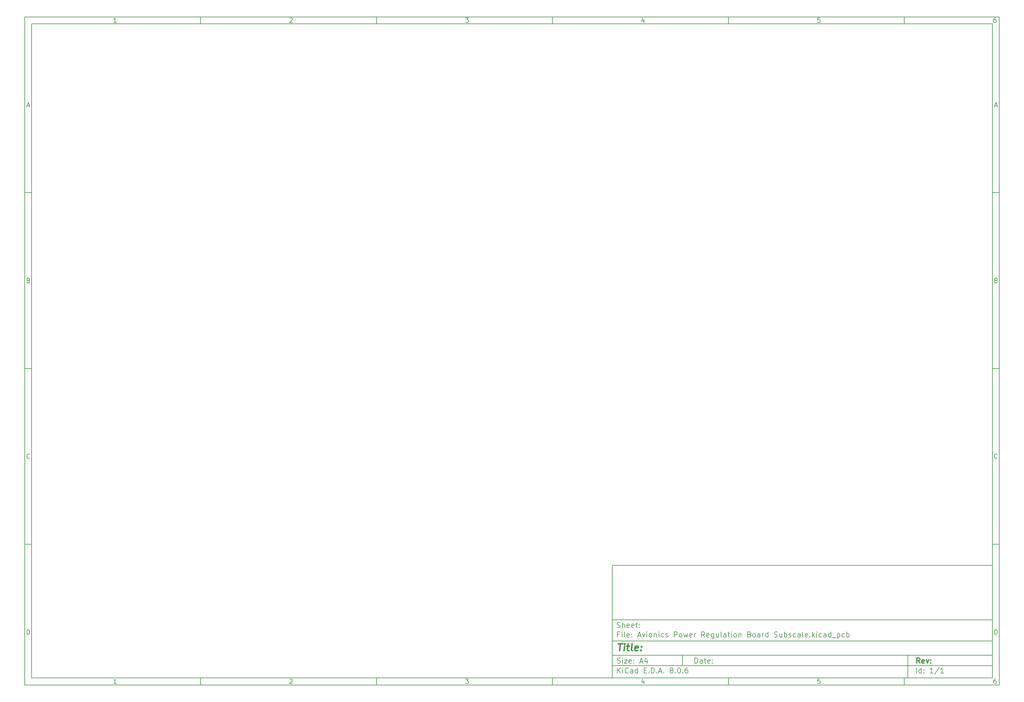
<source format=gbr>
%TF.GenerationSoftware,KiCad,Pcbnew,8.0.6*%
%TF.CreationDate,2024-12-23T21:06:48-08:00*%
%TF.ProjectId,Avionics Power Regulation Board Subscale,4176696f-6e69-4637-9320-506f77657220,rev?*%
%TF.SameCoordinates,Original*%
%TF.FileFunction,Paste,Bot*%
%TF.FilePolarity,Positive*%
%FSLAX46Y46*%
G04 Gerber Fmt 4.6, Leading zero omitted, Abs format (unit mm)*
G04 Created by KiCad (PCBNEW 8.0.6) date 2024-12-23 21:06:48*
%MOMM*%
%LPD*%
G01*
G04 APERTURE LIST*
%ADD10C,0.100000*%
%ADD11C,0.150000*%
%ADD12C,0.300000*%
%ADD13C,0.400000*%
G04 APERTURE END LIST*
D10*
D11*
X177002200Y-166007200D02*
X285002200Y-166007200D01*
X285002200Y-198007200D01*
X177002200Y-198007200D01*
X177002200Y-166007200D01*
D10*
D11*
X10000000Y-10000000D02*
X287002200Y-10000000D01*
X287002200Y-200007200D01*
X10000000Y-200007200D01*
X10000000Y-10000000D01*
D10*
D11*
X12000000Y-12000000D02*
X285002200Y-12000000D01*
X285002200Y-198007200D01*
X12000000Y-198007200D01*
X12000000Y-12000000D01*
D10*
D11*
X60000000Y-12000000D02*
X60000000Y-10000000D01*
D10*
D11*
X110000000Y-12000000D02*
X110000000Y-10000000D01*
D10*
D11*
X160000000Y-12000000D02*
X160000000Y-10000000D01*
D10*
D11*
X210000000Y-12000000D02*
X210000000Y-10000000D01*
D10*
D11*
X260000000Y-12000000D02*
X260000000Y-10000000D01*
D10*
D11*
X36089160Y-11593604D02*
X35346303Y-11593604D01*
X35717731Y-11593604D02*
X35717731Y-10293604D01*
X35717731Y-10293604D02*
X35593922Y-10479319D01*
X35593922Y-10479319D02*
X35470112Y-10603128D01*
X35470112Y-10603128D02*
X35346303Y-10665033D01*
D10*
D11*
X85346303Y-10417414D02*
X85408207Y-10355509D01*
X85408207Y-10355509D02*
X85532017Y-10293604D01*
X85532017Y-10293604D02*
X85841541Y-10293604D01*
X85841541Y-10293604D02*
X85965350Y-10355509D01*
X85965350Y-10355509D02*
X86027255Y-10417414D01*
X86027255Y-10417414D02*
X86089160Y-10541223D01*
X86089160Y-10541223D02*
X86089160Y-10665033D01*
X86089160Y-10665033D02*
X86027255Y-10850747D01*
X86027255Y-10850747D02*
X85284398Y-11593604D01*
X85284398Y-11593604D02*
X86089160Y-11593604D01*
D10*
D11*
X135284398Y-10293604D02*
X136089160Y-10293604D01*
X136089160Y-10293604D02*
X135655826Y-10788842D01*
X135655826Y-10788842D02*
X135841541Y-10788842D01*
X135841541Y-10788842D02*
X135965350Y-10850747D01*
X135965350Y-10850747D02*
X136027255Y-10912652D01*
X136027255Y-10912652D02*
X136089160Y-11036461D01*
X136089160Y-11036461D02*
X136089160Y-11345985D01*
X136089160Y-11345985D02*
X136027255Y-11469795D01*
X136027255Y-11469795D02*
X135965350Y-11531700D01*
X135965350Y-11531700D02*
X135841541Y-11593604D01*
X135841541Y-11593604D02*
X135470112Y-11593604D01*
X135470112Y-11593604D02*
X135346303Y-11531700D01*
X135346303Y-11531700D02*
X135284398Y-11469795D01*
D10*
D11*
X185965350Y-10726938D02*
X185965350Y-11593604D01*
X185655826Y-10231700D02*
X185346303Y-11160271D01*
X185346303Y-11160271D02*
X186151064Y-11160271D01*
D10*
D11*
X236027255Y-10293604D02*
X235408207Y-10293604D01*
X235408207Y-10293604D02*
X235346303Y-10912652D01*
X235346303Y-10912652D02*
X235408207Y-10850747D01*
X235408207Y-10850747D02*
X235532017Y-10788842D01*
X235532017Y-10788842D02*
X235841541Y-10788842D01*
X235841541Y-10788842D02*
X235965350Y-10850747D01*
X235965350Y-10850747D02*
X236027255Y-10912652D01*
X236027255Y-10912652D02*
X236089160Y-11036461D01*
X236089160Y-11036461D02*
X236089160Y-11345985D01*
X236089160Y-11345985D02*
X236027255Y-11469795D01*
X236027255Y-11469795D02*
X235965350Y-11531700D01*
X235965350Y-11531700D02*
X235841541Y-11593604D01*
X235841541Y-11593604D02*
X235532017Y-11593604D01*
X235532017Y-11593604D02*
X235408207Y-11531700D01*
X235408207Y-11531700D02*
X235346303Y-11469795D01*
D10*
D11*
X285965350Y-10293604D02*
X285717731Y-10293604D01*
X285717731Y-10293604D02*
X285593922Y-10355509D01*
X285593922Y-10355509D02*
X285532017Y-10417414D01*
X285532017Y-10417414D02*
X285408207Y-10603128D01*
X285408207Y-10603128D02*
X285346303Y-10850747D01*
X285346303Y-10850747D02*
X285346303Y-11345985D01*
X285346303Y-11345985D02*
X285408207Y-11469795D01*
X285408207Y-11469795D02*
X285470112Y-11531700D01*
X285470112Y-11531700D02*
X285593922Y-11593604D01*
X285593922Y-11593604D02*
X285841541Y-11593604D01*
X285841541Y-11593604D02*
X285965350Y-11531700D01*
X285965350Y-11531700D02*
X286027255Y-11469795D01*
X286027255Y-11469795D02*
X286089160Y-11345985D01*
X286089160Y-11345985D02*
X286089160Y-11036461D01*
X286089160Y-11036461D02*
X286027255Y-10912652D01*
X286027255Y-10912652D02*
X285965350Y-10850747D01*
X285965350Y-10850747D02*
X285841541Y-10788842D01*
X285841541Y-10788842D02*
X285593922Y-10788842D01*
X285593922Y-10788842D02*
X285470112Y-10850747D01*
X285470112Y-10850747D02*
X285408207Y-10912652D01*
X285408207Y-10912652D02*
X285346303Y-11036461D01*
D10*
D11*
X60000000Y-198007200D02*
X60000000Y-200007200D01*
D10*
D11*
X110000000Y-198007200D02*
X110000000Y-200007200D01*
D10*
D11*
X160000000Y-198007200D02*
X160000000Y-200007200D01*
D10*
D11*
X210000000Y-198007200D02*
X210000000Y-200007200D01*
D10*
D11*
X260000000Y-198007200D02*
X260000000Y-200007200D01*
D10*
D11*
X36089160Y-199600804D02*
X35346303Y-199600804D01*
X35717731Y-199600804D02*
X35717731Y-198300804D01*
X35717731Y-198300804D02*
X35593922Y-198486519D01*
X35593922Y-198486519D02*
X35470112Y-198610328D01*
X35470112Y-198610328D02*
X35346303Y-198672233D01*
D10*
D11*
X85346303Y-198424614D02*
X85408207Y-198362709D01*
X85408207Y-198362709D02*
X85532017Y-198300804D01*
X85532017Y-198300804D02*
X85841541Y-198300804D01*
X85841541Y-198300804D02*
X85965350Y-198362709D01*
X85965350Y-198362709D02*
X86027255Y-198424614D01*
X86027255Y-198424614D02*
X86089160Y-198548423D01*
X86089160Y-198548423D02*
X86089160Y-198672233D01*
X86089160Y-198672233D02*
X86027255Y-198857947D01*
X86027255Y-198857947D02*
X85284398Y-199600804D01*
X85284398Y-199600804D02*
X86089160Y-199600804D01*
D10*
D11*
X135284398Y-198300804D02*
X136089160Y-198300804D01*
X136089160Y-198300804D02*
X135655826Y-198796042D01*
X135655826Y-198796042D02*
X135841541Y-198796042D01*
X135841541Y-198796042D02*
X135965350Y-198857947D01*
X135965350Y-198857947D02*
X136027255Y-198919852D01*
X136027255Y-198919852D02*
X136089160Y-199043661D01*
X136089160Y-199043661D02*
X136089160Y-199353185D01*
X136089160Y-199353185D02*
X136027255Y-199476995D01*
X136027255Y-199476995D02*
X135965350Y-199538900D01*
X135965350Y-199538900D02*
X135841541Y-199600804D01*
X135841541Y-199600804D02*
X135470112Y-199600804D01*
X135470112Y-199600804D02*
X135346303Y-199538900D01*
X135346303Y-199538900D02*
X135284398Y-199476995D01*
D10*
D11*
X185965350Y-198734138D02*
X185965350Y-199600804D01*
X185655826Y-198238900D02*
X185346303Y-199167471D01*
X185346303Y-199167471D02*
X186151064Y-199167471D01*
D10*
D11*
X236027255Y-198300804D02*
X235408207Y-198300804D01*
X235408207Y-198300804D02*
X235346303Y-198919852D01*
X235346303Y-198919852D02*
X235408207Y-198857947D01*
X235408207Y-198857947D02*
X235532017Y-198796042D01*
X235532017Y-198796042D02*
X235841541Y-198796042D01*
X235841541Y-198796042D02*
X235965350Y-198857947D01*
X235965350Y-198857947D02*
X236027255Y-198919852D01*
X236027255Y-198919852D02*
X236089160Y-199043661D01*
X236089160Y-199043661D02*
X236089160Y-199353185D01*
X236089160Y-199353185D02*
X236027255Y-199476995D01*
X236027255Y-199476995D02*
X235965350Y-199538900D01*
X235965350Y-199538900D02*
X235841541Y-199600804D01*
X235841541Y-199600804D02*
X235532017Y-199600804D01*
X235532017Y-199600804D02*
X235408207Y-199538900D01*
X235408207Y-199538900D02*
X235346303Y-199476995D01*
D10*
D11*
X285965350Y-198300804D02*
X285717731Y-198300804D01*
X285717731Y-198300804D02*
X285593922Y-198362709D01*
X285593922Y-198362709D02*
X285532017Y-198424614D01*
X285532017Y-198424614D02*
X285408207Y-198610328D01*
X285408207Y-198610328D02*
X285346303Y-198857947D01*
X285346303Y-198857947D02*
X285346303Y-199353185D01*
X285346303Y-199353185D02*
X285408207Y-199476995D01*
X285408207Y-199476995D02*
X285470112Y-199538900D01*
X285470112Y-199538900D02*
X285593922Y-199600804D01*
X285593922Y-199600804D02*
X285841541Y-199600804D01*
X285841541Y-199600804D02*
X285965350Y-199538900D01*
X285965350Y-199538900D02*
X286027255Y-199476995D01*
X286027255Y-199476995D02*
X286089160Y-199353185D01*
X286089160Y-199353185D02*
X286089160Y-199043661D01*
X286089160Y-199043661D02*
X286027255Y-198919852D01*
X286027255Y-198919852D02*
X285965350Y-198857947D01*
X285965350Y-198857947D02*
X285841541Y-198796042D01*
X285841541Y-198796042D02*
X285593922Y-198796042D01*
X285593922Y-198796042D02*
X285470112Y-198857947D01*
X285470112Y-198857947D02*
X285408207Y-198919852D01*
X285408207Y-198919852D02*
X285346303Y-199043661D01*
D10*
D11*
X10000000Y-60000000D02*
X12000000Y-60000000D01*
D10*
D11*
X10000000Y-110000000D02*
X12000000Y-110000000D01*
D10*
D11*
X10000000Y-160000000D02*
X12000000Y-160000000D01*
D10*
D11*
X10690476Y-35222176D02*
X11309523Y-35222176D01*
X10566666Y-35593604D02*
X10999999Y-34293604D01*
X10999999Y-34293604D02*
X11433333Y-35593604D01*
D10*
D11*
X11092857Y-84912652D02*
X11278571Y-84974557D01*
X11278571Y-84974557D02*
X11340476Y-85036461D01*
X11340476Y-85036461D02*
X11402380Y-85160271D01*
X11402380Y-85160271D02*
X11402380Y-85345985D01*
X11402380Y-85345985D02*
X11340476Y-85469795D01*
X11340476Y-85469795D02*
X11278571Y-85531700D01*
X11278571Y-85531700D02*
X11154761Y-85593604D01*
X11154761Y-85593604D02*
X10659523Y-85593604D01*
X10659523Y-85593604D02*
X10659523Y-84293604D01*
X10659523Y-84293604D02*
X11092857Y-84293604D01*
X11092857Y-84293604D02*
X11216666Y-84355509D01*
X11216666Y-84355509D02*
X11278571Y-84417414D01*
X11278571Y-84417414D02*
X11340476Y-84541223D01*
X11340476Y-84541223D02*
X11340476Y-84665033D01*
X11340476Y-84665033D02*
X11278571Y-84788842D01*
X11278571Y-84788842D02*
X11216666Y-84850747D01*
X11216666Y-84850747D02*
X11092857Y-84912652D01*
X11092857Y-84912652D02*
X10659523Y-84912652D01*
D10*
D11*
X11402380Y-135469795D02*
X11340476Y-135531700D01*
X11340476Y-135531700D02*
X11154761Y-135593604D01*
X11154761Y-135593604D02*
X11030952Y-135593604D01*
X11030952Y-135593604D02*
X10845238Y-135531700D01*
X10845238Y-135531700D02*
X10721428Y-135407890D01*
X10721428Y-135407890D02*
X10659523Y-135284080D01*
X10659523Y-135284080D02*
X10597619Y-135036461D01*
X10597619Y-135036461D02*
X10597619Y-134850747D01*
X10597619Y-134850747D02*
X10659523Y-134603128D01*
X10659523Y-134603128D02*
X10721428Y-134479319D01*
X10721428Y-134479319D02*
X10845238Y-134355509D01*
X10845238Y-134355509D02*
X11030952Y-134293604D01*
X11030952Y-134293604D02*
X11154761Y-134293604D01*
X11154761Y-134293604D02*
X11340476Y-134355509D01*
X11340476Y-134355509D02*
X11402380Y-134417414D01*
D10*
D11*
X10659523Y-185593604D02*
X10659523Y-184293604D01*
X10659523Y-184293604D02*
X10969047Y-184293604D01*
X10969047Y-184293604D02*
X11154761Y-184355509D01*
X11154761Y-184355509D02*
X11278571Y-184479319D01*
X11278571Y-184479319D02*
X11340476Y-184603128D01*
X11340476Y-184603128D02*
X11402380Y-184850747D01*
X11402380Y-184850747D02*
X11402380Y-185036461D01*
X11402380Y-185036461D02*
X11340476Y-185284080D01*
X11340476Y-185284080D02*
X11278571Y-185407890D01*
X11278571Y-185407890D02*
X11154761Y-185531700D01*
X11154761Y-185531700D02*
X10969047Y-185593604D01*
X10969047Y-185593604D02*
X10659523Y-185593604D01*
D10*
D11*
X287002200Y-60000000D02*
X285002200Y-60000000D01*
D10*
D11*
X287002200Y-110000000D02*
X285002200Y-110000000D01*
D10*
D11*
X287002200Y-160000000D02*
X285002200Y-160000000D01*
D10*
D11*
X285692676Y-35222176D02*
X286311723Y-35222176D01*
X285568866Y-35593604D02*
X286002199Y-34293604D01*
X286002199Y-34293604D02*
X286435533Y-35593604D01*
D10*
D11*
X286095057Y-84912652D02*
X286280771Y-84974557D01*
X286280771Y-84974557D02*
X286342676Y-85036461D01*
X286342676Y-85036461D02*
X286404580Y-85160271D01*
X286404580Y-85160271D02*
X286404580Y-85345985D01*
X286404580Y-85345985D02*
X286342676Y-85469795D01*
X286342676Y-85469795D02*
X286280771Y-85531700D01*
X286280771Y-85531700D02*
X286156961Y-85593604D01*
X286156961Y-85593604D02*
X285661723Y-85593604D01*
X285661723Y-85593604D02*
X285661723Y-84293604D01*
X285661723Y-84293604D02*
X286095057Y-84293604D01*
X286095057Y-84293604D02*
X286218866Y-84355509D01*
X286218866Y-84355509D02*
X286280771Y-84417414D01*
X286280771Y-84417414D02*
X286342676Y-84541223D01*
X286342676Y-84541223D02*
X286342676Y-84665033D01*
X286342676Y-84665033D02*
X286280771Y-84788842D01*
X286280771Y-84788842D02*
X286218866Y-84850747D01*
X286218866Y-84850747D02*
X286095057Y-84912652D01*
X286095057Y-84912652D02*
X285661723Y-84912652D01*
D10*
D11*
X286404580Y-135469795D02*
X286342676Y-135531700D01*
X286342676Y-135531700D02*
X286156961Y-135593604D01*
X286156961Y-135593604D02*
X286033152Y-135593604D01*
X286033152Y-135593604D02*
X285847438Y-135531700D01*
X285847438Y-135531700D02*
X285723628Y-135407890D01*
X285723628Y-135407890D02*
X285661723Y-135284080D01*
X285661723Y-135284080D02*
X285599819Y-135036461D01*
X285599819Y-135036461D02*
X285599819Y-134850747D01*
X285599819Y-134850747D02*
X285661723Y-134603128D01*
X285661723Y-134603128D02*
X285723628Y-134479319D01*
X285723628Y-134479319D02*
X285847438Y-134355509D01*
X285847438Y-134355509D02*
X286033152Y-134293604D01*
X286033152Y-134293604D02*
X286156961Y-134293604D01*
X286156961Y-134293604D02*
X286342676Y-134355509D01*
X286342676Y-134355509D02*
X286404580Y-134417414D01*
D10*
D11*
X285661723Y-185593604D02*
X285661723Y-184293604D01*
X285661723Y-184293604D02*
X285971247Y-184293604D01*
X285971247Y-184293604D02*
X286156961Y-184355509D01*
X286156961Y-184355509D02*
X286280771Y-184479319D01*
X286280771Y-184479319D02*
X286342676Y-184603128D01*
X286342676Y-184603128D02*
X286404580Y-184850747D01*
X286404580Y-184850747D02*
X286404580Y-185036461D01*
X286404580Y-185036461D02*
X286342676Y-185284080D01*
X286342676Y-185284080D02*
X286280771Y-185407890D01*
X286280771Y-185407890D02*
X286156961Y-185531700D01*
X286156961Y-185531700D02*
X285971247Y-185593604D01*
X285971247Y-185593604D02*
X285661723Y-185593604D01*
D10*
D11*
X200458026Y-193793328D02*
X200458026Y-192293328D01*
X200458026Y-192293328D02*
X200815169Y-192293328D01*
X200815169Y-192293328D02*
X201029455Y-192364757D01*
X201029455Y-192364757D02*
X201172312Y-192507614D01*
X201172312Y-192507614D02*
X201243741Y-192650471D01*
X201243741Y-192650471D02*
X201315169Y-192936185D01*
X201315169Y-192936185D02*
X201315169Y-193150471D01*
X201315169Y-193150471D02*
X201243741Y-193436185D01*
X201243741Y-193436185D02*
X201172312Y-193579042D01*
X201172312Y-193579042D02*
X201029455Y-193721900D01*
X201029455Y-193721900D02*
X200815169Y-193793328D01*
X200815169Y-193793328D02*
X200458026Y-193793328D01*
X202600884Y-193793328D02*
X202600884Y-193007614D01*
X202600884Y-193007614D02*
X202529455Y-192864757D01*
X202529455Y-192864757D02*
X202386598Y-192793328D01*
X202386598Y-192793328D02*
X202100884Y-192793328D01*
X202100884Y-192793328D02*
X201958026Y-192864757D01*
X202600884Y-193721900D02*
X202458026Y-193793328D01*
X202458026Y-193793328D02*
X202100884Y-193793328D01*
X202100884Y-193793328D02*
X201958026Y-193721900D01*
X201958026Y-193721900D02*
X201886598Y-193579042D01*
X201886598Y-193579042D02*
X201886598Y-193436185D01*
X201886598Y-193436185D02*
X201958026Y-193293328D01*
X201958026Y-193293328D02*
X202100884Y-193221900D01*
X202100884Y-193221900D02*
X202458026Y-193221900D01*
X202458026Y-193221900D02*
X202600884Y-193150471D01*
X203100884Y-192793328D02*
X203672312Y-192793328D01*
X203315169Y-192293328D02*
X203315169Y-193579042D01*
X203315169Y-193579042D02*
X203386598Y-193721900D01*
X203386598Y-193721900D02*
X203529455Y-193793328D01*
X203529455Y-193793328D02*
X203672312Y-193793328D01*
X204743741Y-193721900D02*
X204600884Y-193793328D01*
X204600884Y-193793328D02*
X204315170Y-193793328D01*
X204315170Y-193793328D02*
X204172312Y-193721900D01*
X204172312Y-193721900D02*
X204100884Y-193579042D01*
X204100884Y-193579042D02*
X204100884Y-193007614D01*
X204100884Y-193007614D02*
X204172312Y-192864757D01*
X204172312Y-192864757D02*
X204315170Y-192793328D01*
X204315170Y-192793328D02*
X204600884Y-192793328D01*
X204600884Y-192793328D02*
X204743741Y-192864757D01*
X204743741Y-192864757D02*
X204815170Y-193007614D01*
X204815170Y-193007614D02*
X204815170Y-193150471D01*
X204815170Y-193150471D02*
X204100884Y-193293328D01*
X205458026Y-193650471D02*
X205529455Y-193721900D01*
X205529455Y-193721900D02*
X205458026Y-193793328D01*
X205458026Y-193793328D02*
X205386598Y-193721900D01*
X205386598Y-193721900D02*
X205458026Y-193650471D01*
X205458026Y-193650471D02*
X205458026Y-193793328D01*
X205458026Y-192864757D02*
X205529455Y-192936185D01*
X205529455Y-192936185D02*
X205458026Y-193007614D01*
X205458026Y-193007614D02*
X205386598Y-192936185D01*
X205386598Y-192936185D02*
X205458026Y-192864757D01*
X205458026Y-192864757D02*
X205458026Y-193007614D01*
D10*
D11*
X177002200Y-194507200D02*
X285002200Y-194507200D01*
D10*
D11*
X178458026Y-196593328D02*
X178458026Y-195093328D01*
X179315169Y-196593328D02*
X178672312Y-195736185D01*
X179315169Y-195093328D02*
X178458026Y-195950471D01*
X179958026Y-196593328D02*
X179958026Y-195593328D01*
X179958026Y-195093328D02*
X179886598Y-195164757D01*
X179886598Y-195164757D02*
X179958026Y-195236185D01*
X179958026Y-195236185D02*
X180029455Y-195164757D01*
X180029455Y-195164757D02*
X179958026Y-195093328D01*
X179958026Y-195093328D02*
X179958026Y-195236185D01*
X181529455Y-196450471D02*
X181458027Y-196521900D01*
X181458027Y-196521900D02*
X181243741Y-196593328D01*
X181243741Y-196593328D02*
X181100884Y-196593328D01*
X181100884Y-196593328D02*
X180886598Y-196521900D01*
X180886598Y-196521900D02*
X180743741Y-196379042D01*
X180743741Y-196379042D02*
X180672312Y-196236185D01*
X180672312Y-196236185D02*
X180600884Y-195950471D01*
X180600884Y-195950471D02*
X180600884Y-195736185D01*
X180600884Y-195736185D02*
X180672312Y-195450471D01*
X180672312Y-195450471D02*
X180743741Y-195307614D01*
X180743741Y-195307614D02*
X180886598Y-195164757D01*
X180886598Y-195164757D02*
X181100884Y-195093328D01*
X181100884Y-195093328D02*
X181243741Y-195093328D01*
X181243741Y-195093328D02*
X181458027Y-195164757D01*
X181458027Y-195164757D02*
X181529455Y-195236185D01*
X182815170Y-196593328D02*
X182815170Y-195807614D01*
X182815170Y-195807614D02*
X182743741Y-195664757D01*
X182743741Y-195664757D02*
X182600884Y-195593328D01*
X182600884Y-195593328D02*
X182315170Y-195593328D01*
X182315170Y-195593328D02*
X182172312Y-195664757D01*
X182815170Y-196521900D02*
X182672312Y-196593328D01*
X182672312Y-196593328D02*
X182315170Y-196593328D01*
X182315170Y-196593328D02*
X182172312Y-196521900D01*
X182172312Y-196521900D02*
X182100884Y-196379042D01*
X182100884Y-196379042D02*
X182100884Y-196236185D01*
X182100884Y-196236185D02*
X182172312Y-196093328D01*
X182172312Y-196093328D02*
X182315170Y-196021900D01*
X182315170Y-196021900D02*
X182672312Y-196021900D01*
X182672312Y-196021900D02*
X182815170Y-195950471D01*
X184172313Y-196593328D02*
X184172313Y-195093328D01*
X184172313Y-196521900D02*
X184029455Y-196593328D01*
X184029455Y-196593328D02*
X183743741Y-196593328D01*
X183743741Y-196593328D02*
X183600884Y-196521900D01*
X183600884Y-196521900D02*
X183529455Y-196450471D01*
X183529455Y-196450471D02*
X183458027Y-196307614D01*
X183458027Y-196307614D02*
X183458027Y-195879042D01*
X183458027Y-195879042D02*
X183529455Y-195736185D01*
X183529455Y-195736185D02*
X183600884Y-195664757D01*
X183600884Y-195664757D02*
X183743741Y-195593328D01*
X183743741Y-195593328D02*
X184029455Y-195593328D01*
X184029455Y-195593328D02*
X184172313Y-195664757D01*
X186029455Y-195807614D02*
X186529455Y-195807614D01*
X186743741Y-196593328D02*
X186029455Y-196593328D01*
X186029455Y-196593328D02*
X186029455Y-195093328D01*
X186029455Y-195093328D02*
X186743741Y-195093328D01*
X187386598Y-196450471D02*
X187458027Y-196521900D01*
X187458027Y-196521900D02*
X187386598Y-196593328D01*
X187386598Y-196593328D02*
X187315170Y-196521900D01*
X187315170Y-196521900D02*
X187386598Y-196450471D01*
X187386598Y-196450471D02*
X187386598Y-196593328D01*
X188100884Y-196593328D02*
X188100884Y-195093328D01*
X188100884Y-195093328D02*
X188458027Y-195093328D01*
X188458027Y-195093328D02*
X188672313Y-195164757D01*
X188672313Y-195164757D02*
X188815170Y-195307614D01*
X188815170Y-195307614D02*
X188886599Y-195450471D01*
X188886599Y-195450471D02*
X188958027Y-195736185D01*
X188958027Y-195736185D02*
X188958027Y-195950471D01*
X188958027Y-195950471D02*
X188886599Y-196236185D01*
X188886599Y-196236185D02*
X188815170Y-196379042D01*
X188815170Y-196379042D02*
X188672313Y-196521900D01*
X188672313Y-196521900D02*
X188458027Y-196593328D01*
X188458027Y-196593328D02*
X188100884Y-196593328D01*
X189600884Y-196450471D02*
X189672313Y-196521900D01*
X189672313Y-196521900D02*
X189600884Y-196593328D01*
X189600884Y-196593328D02*
X189529456Y-196521900D01*
X189529456Y-196521900D02*
X189600884Y-196450471D01*
X189600884Y-196450471D02*
X189600884Y-196593328D01*
X190243742Y-196164757D02*
X190958028Y-196164757D01*
X190100885Y-196593328D02*
X190600885Y-195093328D01*
X190600885Y-195093328D02*
X191100885Y-196593328D01*
X191600884Y-196450471D02*
X191672313Y-196521900D01*
X191672313Y-196521900D02*
X191600884Y-196593328D01*
X191600884Y-196593328D02*
X191529456Y-196521900D01*
X191529456Y-196521900D02*
X191600884Y-196450471D01*
X191600884Y-196450471D02*
X191600884Y-196593328D01*
X193672313Y-195736185D02*
X193529456Y-195664757D01*
X193529456Y-195664757D02*
X193458027Y-195593328D01*
X193458027Y-195593328D02*
X193386599Y-195450471D01*
X193386599Y-195450471D02*
X193386599Y-195379042D01*
X193386599Y-195379042D02*
X193458027Y-195236185D01*
X193458027Y-195236185D02*
X193529456Y-195164757D01*
X193529456Y-195164757D02*
X193672313Y-195093328D01*
X193672313Y-195093328D02*
X193958027Y-195093328D01*
X193958027Y-195093328D02*
X194100885Y-195164757D01*
X194100885Y-195164757D02*
X194172313Y-195236185D01*
X194172313Y-195236185D02*
X194243742Y-195379042D01*
X194243742Y-195379042D02*
X194243742Y-195450471D01*
X194243742Y-195450471D02*
X194172313Y-195593328D01*
X194172313Y-195593328D02*
X194100885Y-195664757D01*
X194100885Y-195664757D02*
X193958027Y-195736185D01*
X193958027Y-195736185D02*
X193672313Y-195736185D01*
X193672313Y-195736185D02*
X193529456Y-195807614D01*
X193529456Y-195807614D02*
X193458027Y-195879042D01*
X193458027Y-195879042D02*
X193386599Y-196021900D01*
X193386599Y-196021900D02*
X193386599Y-196307614D01*
X193386599Y-196307614D02*
X193458027Y-196450471D01*
X193458027Y-196450471D02*
X193529456Y-196521900D01*
X193529456Y-196521900D02*
X193672313Y-196593328D01*
X193672313Y-196593328D02*
X193958027Y-196593328D01*
X193958027Y-196593328D02*
X194100885Y-196521900D01*
X194100885Y-196521900D02*
X194172313Y-196450471D01*
X194172313Y-196450471D02*
X194243742Y-196307614D01*
X194243742Y-196307614D02*
X194243742Y-196021900D01*
X194243742Y-196021900D02*
X194172313Y-195879042D01*
X194172313Y-195879042D02*
X194100885Y-195807614D01*
X194100885Y-195807614D02*
X193958027Y-195736185D01*
X194886598Y-196450471D02*
X194958027Y-196521900D01*
X194958027Y-196521900D02*
X194886598Y-196593328D01*
X194886598Y-196593328D02*
X194815170Y-196521900D01*
X194815170Y-196521900D02*
X194886598Y-196450471D01*
X194886598Y-196450471D02*
X194886598Y-196593328D01*
X195886599Y-195093328D02*
X196029456Y-195093328D01*
X196029456Y-195093328D02*
X196172313Y-195164757D01*
X196172313Y-195164757D02*
X196243742Y-195236185D01*
X196243742Y-195236185D02*
X196315170Y-195379042D01*
X196315170Y-195379042D02*
X196386599Y-195664757D01*
X196386599Y-195664757D02*
X196386599Y-196021900D01*
X196386599Y-196021900D02*
X196315170Y-196307614D01*
X196315170Y-196307614D02*
X196243742Y-196450471D01*
X196243742Y-196450471D02*
X196172313Y-196521900D01*
X196172313Y-196521900D02*
X196029456Y-196593328D01*
X196029456Y-196593328D02*
X195886599Y-196593328D01*
X195886599Y-196593328D02*
X195743742Y-196521900D01*
X195743742Y-196521900D02*
X195672313Y-196450471D01*
X195672313Y-196450471D02*
X195600884Y-196307614D01*
X195600884Y-196307614D02*
X195529456Y-196021900D01*
X195529456Y-196021900D02*
X195529456Y-195664757D01*
X195529456Y-195664757D02*
X195600884Y-195379042D01*
X195600884Y-195379042D02*
X195672313Y-195236185D01*
X195672313Y-195236185D02*
X195743742Y-195164757D01*
X195743742Y-195164757D02*
X195886599Y-195093328D01*
X197029455Y-196450471D02*
X197100884Y-196521900D01*
X197100884Y-196521900D02*
X197029455Y-196593328D01*
X197029455Y-196593328D02*
X196958027Y-196521900D01*
X196958027Y-196521900D02*
X197029455Y-196450471D01*
X197029455Y-196450471D02*
X197029455Y-196593328D01*
X198386599Y-195093328D02*
X198100884Y-195093328D01*
X198100884Y-195093328D02*
X197958027Y-195164757D01*
X197958027Y-195164757D02*
X197886599Y-195236185D01*
X197886599Y-195236185D02*
X197743741Y-195450471D01*
X197743741Y-195450471D02*
X197672313Y-195736185D01*
X197672313Y-195736185D02*
X197672313Y-196307614D01*
X197672313Y-196307614D02*
X197743741Y-196450471D01*
X197743741Y-196450471D02*
X197815170Y-196521900D01*
X197815170Y-196521900D02*
X197958027Y-196593328D01*
X197958027Y-196593328D02*
X198243741Y-196593328D01*
X198243741Y-196593328D02*
X198386599Y-196521900D01*
X198386599Y-196521900D02*
X198458027Y-196450471D01*
X198458027Y-196450471D02*
X198529456Y-196307614D01*
X198529456Y-196307614D02*
X198529456Y-195950471D01*
X198529456Y-195950471D02*
X198458027Y-195807614D01*
X198458027Y-195807614D02*
X198386599Y-195736185D01*
X198386599Y-195736185D02*
X198243741Y-195664757D01*
X198243741Y-195664757D02*
X197958027Y-195664757D01*
X197958027Y-195664757D02*
X197815170Y-195736185D01*
X197815170Y-195736185D02*
X197743741Y-195807614D01*
X197743741Y-195807614D02*
X197672313Y-195950471D01*
D10*
D11*
X177002200Y-191507200D02*
X285002200Y-191507200D01*
D10*
D12*
X264413853Y-193785528D02*
X263913853Y-193071242D01*
X263556710Y-193785528D02*
X263556710Y-192285528D01*
X263556710Y-192285528D02*
X264128139Y-192285528D01*
X264128139Y-192285528D02*
X264270996Y-192356957D01*
X264270996Y-192356957D02*
X264342425Y-192428385D01*
X264342425Y-192428385D02*
X264413853Y-192571242D01*
X264413853Y-192571242D02*
X264413853Y-192785528D01*
X264413853Y-192785528D02*
X264342425Y-192928385D01*
X264342425Y-192928385D02*
X264270996Y-192999814D01*
X264270996Y-192999814D02*
X264128139Y-193071242D01*
X264128139Y-193071242D02*
X263556710Y-193071242D01*
X265628139Y-193714100D02*
X265485282Y-193785528D01*
X265485282Y-193785528D02*
X265199568Y-193785528D01*
X265199568Y-193785528D02*
X265056710Y-193714100D01*
X265056710Y-193714100D02*
X264985282Y-193571242D01*
X264985282Y-193571242D02*
X264985282Y-192999814D01*
X264985282Y-192999814D02*
X265056710Y-192856957D01*
X265056710Y-192856957D02*
X265199568Y-192785528D01*
X265199568Y-192785528D02*
X265485282Y-192785528D01*
X265485282Y-192785528D02*
X265628139Y-192856957D01*
X265628139Y-192856957D02*
X265699568Y-192999814D01*
X265699568Y-192999814D02*
X265699568Y-193142671D01*
X265699568Y-193142671D02*
X264985282Y-193285528D01*
X266199567Y-192785528D02*
X266556710Y-193785528D01*
X266556710Y-193785528D02*
X266913853Y-192785528D01*
X267485281Y-193642671D02*
X267556710Y-193714100D01*
X267556710Y-193714100D02*
X267485281Y-193785528D01*
X267485281Y-193785528D02*
X267413853Y-193714100D01*
X267413853Y-193714100D02*
X267485281Y-193642671D01*
X267485281Y-193642671D02*
X267485281Y-193785528D01*
X267485281Y-192856957D02*
X267556710Y-192928385D01*
X267556710Y-192928385D02*
X267485281Y-192999814D01*
X267485281Y-192999814D02*
X267413853Y-192928385D01*
X267413853Y-192928385D02*
X267485281Y-192856957D01*
X267485281Y-192856957D02*
X267485281Y-192999814D01*
D10*
D11*
X178386598Y-193721900D02*
X178600884Y-193793328D01*
X178600884Y-193793328D02*
X178958026Y-193793328D01*
X178958026Y-193793328D02*
X179100884Y-193721900D01*
X179100884Y-193721900D02*
X179172312Y-193650471D01*
X179172312Y-193650471D02*
X179243741Y-193507614D01*
X179243741Y-193507614D02*
X179243741Y-193364757D01*
X179243741Y-193364757D02*
X179172312Y-193221900D01*
X179172312Y-193221900D02*
X179100884Y-193150471D01*
X179100884Y-193150471D02*
X178958026Y-193079042D01*
X178958026Y-193079042D02*
X178672312Y-193007614D01*
X178672312Y-193007614D02*
X178529455Y-192936185D01*
X178529455Y-192936185D02*
X178458026Y-192864757D01*
X178458026Y-192864757D02*
X178386598Y-192721900D01*
X178386598Y-192721900D02*
X178386598Y-192579042D01*
X178386598Y-192579042D02*
X178458026Y-192436185D01*
X178458026Y-192436185D02*
X178529455Y-192364757D01*
X178529455Y-192364757D02*
X178672312Y-192293328D01*
X178672312Y-192293328D02*
X179029455Y-192293328D01*
X179029455Y-192293328D02*
X179243741Y-192364757D01*
X179886597Y-193793328D02*
X179886597Y-192793328D01*
X179886597Y-192293328D02*
X179815169Y-192364757D01*
X179815169Y-192364757D02*
X179886597Y-192436185D01*
X179886597Y-192436185D02*
X179958026Y-192364757D01*
X179958026Y-192364757D02*
X179886597Y-192293328D01*
X179886597Y-192293328D02*
X179886597Y-192436185D01*
X180458026Y-192793328D02*
X181243741Y-192793328D01*
X181243741Y-192793328D02*
X180458026Y-193793328D01*
X180458026Y-193793328D02*
X181243741Y-193793328D01*
X182386598Y-193721900D02*
X182243741Y-193793328D01*
X182243741Y-193793328D02*
X181958027Y-193793328D01*
X181958027Y-193793328D02*
X181815169Y-193721900D01*
X181815169Y-193721900D02*
X181743741Y-193579042D01*
X181743741Y-193579042D02*
X181743741Y-193007614D01*
X181743741Y-193007614D02*
X181815169Y-192864757D01*
X181815169Y-192864757D02*
X181958027Y-192793328D01*
X181958027Y-192793328D02*
X182243741Y-192793328D01*
X182243741Y-192793328D02*
X182386598Y-192864757D01*
X182386598Y-192864757D02*
X182458027Y-193007614D01*
X182458027Y-193007614D02*
X182458027Y-193150471D01*
X182458027Y-193150471D02*
X181743741Y-193293328D01*
X183100883Y-193650471D02*
X183172312Y-193721900D01*
X183172312Y-193721900D02*
X183100883Y-193793328D01*
X183100883Y-193793328D02*
X183029455Y-193721900D01*
X183029455Y-193721900D02*
X183100883Y-193650471D01*
X183100883Y-193650471D02*
X183100883Y-193793328D01*
X183100883Y-192864757D02*
X183172312Y-192936185D01*
X183172312Y-192936185D02*
X183100883Y-193007614D01*
X183100883Y-193007614D02*
X183029455Y-192936185D01*
X183029455Y-192936185D02*
X183100883Y-192864757D01*
X183100883Y-192864757D02*
X183100883Y-193007614D01*
X184886598Y-193364757D02*
X185600884Y-193364757D01*
X184743741Y-193793328D02*
X185243741Y-192293328D01*
X185243741Y-192293328D02*
X185743741Y-193793328D01*
X186886598Y-192793328D02*
X186886598Y-193793328D01*
X186529455Y-192221900D02*
X186172312Y-193293328D01*
X186172312Y-193293328D02*
X187100883Y-193293328D01*
D10*
D11*
X263458026Y-196593328D02*
X263458026Y-195093328D01*
X264815170Y-196593328D02*
X264815170Y-195093328D01*
X264815170Y-196521900D02*
X264672312Y-196593328D01*
X264672312Y-196593328D02*
X264386598Y-196593328D01*
X264386598Y-196593328D02*
X264243741Y-196521900D01*
X264243741Y-196521900D02*
X264172312Y-196450471D01*
X264172312Y-196450471D02*
X264100884Y-196307614D01*
X264100884Y-196307614D02*
X264100884Y-195879042D01*
X264100884Y-195879042D02*
X264172312Y-195736185D01*
X264172312Y-195736185D02*
X264243741Y-195664757D01*
X264243741Y-195664757D02*
X264386598Y-195593328D01*
X264386598Y-195593328D02*
X264672312Y-195593328D01*
X264672312Y-195593328D02*
X264815170Y-195664757D01*
X265529455Y-196450471D02*
X265600884Y-196521900D01*
X265600884Y-196521900D02*
X265529455Y-196593328D01*
X265529455Y-196593328D02*
X265458027Y-196521900D01*
X265458027Y-196521900D02*
X265529455Y-196450471D01*
X265529455Y-196450471D02*
X265529455Y-196593328D01*
X265529455Y-195664757D02*
X265600884Y-195736185D01*
X265600884Y-195736185D02*
X265529455Y-195807614D01*
X265529455Y-195807614D02*
X265458027Y-195736185D01*
X265458027Y-195736185D02*
X265529455Y-195664757D01*
X265529455Y-195664757D02*
X265529455Y-195807614D01*
X268172313Y-196593328D02*
X267315170Y-196593328D01*
X267743741Y-196593328D02*
X267743741Y-195093328D01*
X267743741Y-195093328D02*
X267600884Y-195307614D01*
X267600884Y-195307614D02*
X267458027Y-195450471D01*
X267458027Y-195450471D02*
X267315170Y-195521900D01*
X269886598Y-195021900D02*
X268600884Y-196950471D01*
X271172313Y-196593328D02*
X270315170Y-196593328D01*
X270743741Y-196593328D02*
X270743741Y-195093328D01*
X270743741Y-195093328D02*
X270600884Y-195307614D01*
X270600884Y-195307614D02*
X270458027Y-195450471D01*
X270458027Y-195450471D02*
X270315170Y-195521900D01*
D10*
D11*
X177002200Y-187507200D02*
X285002200Y-187507200D01*
D10*
D13*
X178693928Y-188211638D02*
X179836785Y-188211638D01*
X179015357Y-190211638D02*
X179265357Y-188211638D01*
X180253452Y-190211638D02*
X180420119Y-188878304D01*
X180503452Y-188211638D02*
X180396309Y-188306876D01*
X180396309Y-188306876D02*
X180479643Y-188402114D01*
X180479643Y-188402114D02*
X180586786Y-188306876D01*
X180586786Y-188306876D02*
X180503452Y-188211638D01*
X180503452Y-188211638D02*
X180479643Y-188402114D01*
X181086786Y-188878304D02*
X181848690Y-188878304D01*
X181455833Y-188211638D02*
X181241548Y-189925923D01*
X181241548Y-189925923D02*
X181312976Y-190116400D01*
X181312976Y-190116400D02*
X181491548Y-190211638D01*
X181491548Y-190211638D02*
X181682024Y-190211638D01*
X182634405Y-190211638D02*
X182455833Y-190116400D01*
X182455833Y-190116400D02*
X182384405Y-189925923D01*
X182384405Y-189925923D02*
X182598690Y-188211638D01*
X184170119Y-190116400D02*
X183967738Y-190211638D01*
X183967738Y-190211638D02*
X183586785Y-190211638D01*
X183586785Y-190211638D02*
X183408214Y-190116400D01*
X183408214Y-190116400D02*
X183336785Y-189925923D01*
X183336785Y-189925923D02*
X183432024Y-189164019D01*
X183432024Y-189164019D02*
X183551071Y-188973542D01*
X183551071Y-188973542D02*
X183753452Y-188878304D01*
X183753452Y-188878304D02*
X184134404Y-188878304D01*
X184134404Y-188878304D02*
X184312976Y-188973542D01*
X184312976Y-188973542D02*
X184384404Y-189164019D01*
X184384404Y-189164019D02*
X184360595Y-189354495D01*
X184360595Y-189354495D02*
X183384404Y-189544971D01*
X185134405Y-190021161D02*
X185217738Y-190116400D01*
X185217738Y-190116400D02*
X185110595Y-190211638D01*
X185110595Y-190211638D02*
X185027262Y-190116400D01*
X185027262Y-190116400D02*
X185134405Y-190021161D01*
X185134405Y-190021161D02*
X185110595Y-190211638D01*
X185265357Y-188973542D02*
X185348690Y-189068780D01*
X185348690Y-189068780D02*
X185241548Y-189164019D01*
X185241548Y-189164019D02*
X185158214Y-189068780D01*
X185158214Y-189068780D02*
X185265357Y-188973542D01*
X185265357Y-188973542D02*
X185241548Y-189164019D01*
D10*
D11*
X178958026Y-185607614D02*
X178458026Y-185607614D01*
X178458026Y-186393328D02*
X178458026Y-184893328D01*
X178458026Y-184893328D02*
X179172312Y-184893328D01*
X179743740Y-186393328D02*
X179743740Y-185393328D01*
X179743740Y-184893328D02*
X179672312Y-184964757D01*
X179672312Y-184964757D02*
X179743740Y-185036185D01*
X179743740Y-185036185D02*
X179815169Y-184964757D01*
X179815169Y-184964757D02*
X179743740Y-184893328D01*
X179743740Y-184893328D02*
X179743740Y-185036185D01*
X180672312Y-186393328D02*
X180529455Y-186321900D01*
X180529455Y-186321900D02*
X180458026Y-186179042D01*
X180458026Y-186179042D02*
X180458026Y-184893328D01*
X181815169Y-186321900D02*
X181672312Y-186393328D01*
X181672312Y-186393328D02*
X181386598Y-186393328D01*
X181386598Y-186393328D02*
X181243740Y-186321900D01*
X181243740Y-186321900D02*
X181172312Y-186179042D01*
X181172312Y-186179042D02*
X181172312Y-185607614D01*
X181172312Y-185607614D02*
X181243740Y-185464757D01*
X181243740Y-185464757D02*
X181386598Y-185393328D01*
X181386598Y-185393328D02*
X181672312Y-185393328D01*
X181672312Y-185393328D02*
X181815169Y-185464757D01*
X181815169Y-185464757D02*
X181886598Y-185607614D01*
X181886598Y-185607614D02*
X181886598Y-185750471D01*
X181886598Y-185750471D02*
X181172312Y-185893328D01*
X182529454Y-186250471D02*
X182600883Y-186321900D01*
X182600883Y-186321900D02*
X182529454Y-186393328D01*
X182529454Y-186393328D02*
X182458026Y-186321900D01*
X182458026Y-186321900D02*
X182529454Y-186250471D01*
X182529454Y-186250471D02*
X182529454Y-186393328D01*
X182529454Y-185464757D02*
X182600883Y-185536185D01*
X182600883Y-185536185D02*
X182529454Y-185607614D01*
X182529454Y-185607614D02*
X182458026Y-185536185D01*
X182458026Y-185536185D02*
X182529454Y-185464757D01*
X182529454Y-185464757D02*
X182529454Y-185607614D01*
X184315169Y-185964757D02*
X185029455Y-185964757D01*
X184172312Y-186393328D02*
X184672312Y-184893328D01*
X184672312Y-184893328D02*
X185172312Y-186393328D01*
X185529454Y-185393328D02*
X185886597Y-186393328D01*
X185886597Y-186393328D02*
X186243740Y-185393328D01*
X186815168Y-186393328D02*
X186815168Y-185393328D01*
X186815168Y-184893328D02*
X186743740Y-184964757D01*
X186743740Y-184964757D02*
X186815168Y-185036185D01*
X186815168Y-185036185D02*
X186886597Y-184964757D01*
X186886597Y-184964757D02*
X186815168Y-184893328D01*
X186815168Y-184893328D02*
X186815168Y-185036185D01*
X187743740Y-186393328D02*
X187600883Y-186321900D01*
X187600883Y-186321900D02*
X187529454Y-186250471D01*
X187529454Y-186250471D02*
X187458026Y-186107614D01*
X187458026Y-186107614D02*
X187458026Y-185679042D01*
X187458026Y-185679042D02*
X187529454Y-185536185D01*
X187529454Y-185536185D02*
X187600883Y-185464757D01*
X187600883Y-185464757D02*
X187743740Y-185393328D01*
X187743740Y-185393328D02*
X187958026Y-185393328D01*
X187958026Y-185393328D02*
X188100883Y-185464757D01*
X188100883Y-185464757D02*
X188172312Y-185536185D01*
X188172312Y-185536185D02*
X188243740Y-185679042D01*
X188243740Y-185679042D02*
X188243740Y-186107614D01*
X188243740Y-186107614D02*
X188172312Y-186250471D01*
X188172312Y-186250471D02*
X188100883Y-186321900D01*
X188100883Y-186321900D02*
X187958026Y-186393328D01*
X187958026Y-186393328D02*
X187743740Y-186393328D01*
X188886597Y-185393328D02*
X188886597Y-186393328D01*
X188886597Y-185536185D02*
X188958026Y-185464757D01*
X188958026Y-185464757D02*
X189100883Y-185393328D01*
X189100883Y-185393328D02*
X189315169Y-185393328D01*
X189315169Y-185393328D02*
X189458026Y-185464757D01*
X189458026Y-185464757D02*
X189529455Y-185607614D01*
X189529455Y-185607614D02*
X189529455Y-186393328D01*
X190243740Y-186393328D02*
X190243740Y-185393328D01*
X190243740Y-184893328D02*
X190172312Y-184964757D01*
X190172312Y-184964757D02*
X190243740Y-185036185D01*
X190243740Y-185036185D02*
X190315169Y-184964757D01*
X190315169Y-184964757D02*
X190243740Y-184893328D01*
X190243740Y-184893328D02*
X190243740Y-185036185D01*
X191600884Y-186321900D02*
X191458026Y-186393328D01*
X191458026Y-186393328D02*
X191172312Y-186393328D01*
X191172312Y-186393328D02*
X191029455Y-186321900D01*
X191029455Y-186321900D02*
X190958026Y-186250471D01*
X190958026Y-186250471D02*
X190886598Y-186107614D01*
X190886598Y-186107614D02*
X190886598Y-185679042D01*
X190886598Y-185679042D02*
X190958026Y-185536185D01*
X190958026Y-185536185D02*
X191029455Y-185464757D01*
X191029455Y-185464757D02*
X191172312Y-185393328D01*
X191172312Y-185393328D02*
X191458026Y-185393328D01*
X191458026Y-185393328D02*
X191600884Y-185464757D01*
X192172312Y-186321900D02*
X192315169Y-186393328D01*
X192315169Y-186393328D02*
X192600883Y-186393328D01*
X192600883Y-186393328D02*
X192743740Y-186321900D01*
X192743740Y-186321900D02*
X192815169Y-186179042D01*
X192815169Y-186179042D02*
X192815169Y-186107614D01*
X192815169Y-186107614D02*
X192743740Y-185964757D01*
X192743740Y-185964757D02*
X192600883Y-185893328D01*
X192600883Y-185893328D02*
X192386598Y-185893328D01*
X192386598Y-185893328D02*
X192243740Y-185821900D01*
X192243740Y-185821900D02*
X192172312Y-185679042D01*
X192172312Y-185679042D02*
X192172312Y-185607614D01*
X192172312Y-185607614D02*
X192243740Y-185464757D01*
X192243740Y-185464757D02*
X192386598Y-185393328D01*
X192386598Y-185393328D02*
X192600883Y-185393328D01*
X192600883Y-185393328D02*
X192743740Y-185464757D01*
X194600883Y-186393328D02*
X194600883Y-184893328D01*
X194600883Y-184893328D02*
X195172312Y-184893328D01*
X195172312Y-184893328D02*
X195315169Y-184964757D01*
X195315169Y-184964757D02*
X195386598Y-185036185D01*
X195386598Y-185036185D02*
X195458026Y-185179042D01*
X195458026Y-185179042D02*
X195458026Y-185393328D01*
X195458026Y-185393328D02*
X195386598Y-185536185D01*
X195386598Y-185536185D02*
X195315169Y-185607614D01*
X195315169Y-185607614D02*
X195172312Y-185679042D01*
X195172312Y-185679042D02*
X194600883Y-185679042D01*
X196315169Y-186393328D02*
X196172312Y-186321900D01*
X196172312Y-186321900D02*
X196100883Y-186250471D01*
X196100883Y-186250471D02*
X196029455Y-186107614D01*
X196029455Y-186107614D02*
X196029455Y-185679042D01*
X196029455Y-185679042D02*
X196100883Y-185536185D01*
X196100883Y-185536185D02*
X196172312Y-185464757D01*
X196172312Y-185464757D02*
X196315169Y-185393328D01*
X196315169Y-185393328D02*
X196529455Y-185393328D01*
X196529455Y-185393328D02*
X196672312Y-185464757D01*
X196672312Y-185464757D02*
X196743741Y-185536185D01*
X196743741Y-185536185D02*
X196815169Y-185679042D01*
X196815169Y-185679042D02*
X196815169Y-186107614D01*
X196815169Y-186107614D02*
X196743741Y-186250471D01*
X196743741Y-186250471D02*
X196672312Y-186321900D01*
X196672312Y-186321900D02*
X196529455Y-186393328D01*
X196529455Y-186393328D02*
X196315169Y-186393328D01*
X197315169Y-185393328D02*
X197600884Y-186393328D01*
X197600884Y-186393328D02*
X197886598Y-185679042D01*
X197886598Y-185679042D02*
X198172312Y-186393328D01*
X198172312Y-186393328D02*
X198458026Y-185393328D01*
X199600884Y-186321900D02*
X199458027Y-186393328D01*
X199458027Y-186393328D02*
X199172313Y-186393328D01*
X199172313Y-186393328D02*
X199029455Y-186321900D01*
X199029455Y-186321900D02*
X198958027Y-186179042D01*
X198958027Y-186179042D02*
X198958027Y-185607614D01*
X198958027Y-185607614D02*
X199029455Y-185464757D01*
X199029455Y-185464757D02*
X199172313Y-185393328D01*
X199172313Y-185393328D02*
X199458027Y-185393328D01*
X199458027Y-185393328D02*
X199600884Y-185464757D01*
X199600884Y-185464757D02*
X199672313Y-185607614D01*
X199672313Y-185607614D02*
X199672313Y-185750471D01*
X199672313Y-185750471D02*
X198958027Y-185893328D01*
X200315169Y-186393328D02*
X200315169Y-185393328D01*
X200315169Y-185679042D02*
X200386598Y-185536185D01*
X200386598Y-185536185D02*
X200458027Y-185464757D01*
X200458027Y-185464757D02*
X200600884Y-185393328D01*
X200600884Y-185393328D02*
X200743741Y-185393328D01*
X203243740Y-186393328D02*
X202743740Y-185679042D01*
X202386597Y-186393328D02*
X202386597Y-184893328D01*
X202386597Y-184893328D02*
X202958026Y-184893328D01*
X202958026Y-184893328D02*
X203100883Y-184964757D01*
X203100883Y-184964757D02*
X203172312Y-185036185D01*
X203172312Y-185036185D02*
X203243740Y-185179042D01*
X203243740Y-185179042D02*
X203243740Y-185393328D01*
X203243740Y-185393328D02*
X203172312Y-185536185D01*
X203172312Y-185536185D02*
X203100883Y-185607614D01*
X203100883Y-185607614D02*
X202958026Y-185679042D01*
X202958026Y-185679042D02*
X202386597Y-185679042D01*
X204458026Y-186321900D02*
X204315169Y-186393328D01*
X204315169Y-186393328D02*
X204029455Y-186393328D01*
X204029455Y-186393328D02*
X203886597Y-186321900D01*
X203886597Y-186321900D02*
X203815169Y-186179042D01*
X203815169Y-186179042D02*
X203815169Y-185607614D01*
X203815169Y-185607614D02*
X203886597Y-185464757D01*
X203886597Y-185464757D02*
X204029455Y-185393328D01*
X204029455Y-185393328D02*
X204315169Y-185393328D01*
X204315169Y-185393328D02*
X204458026Y-185464757D01*
X204458026Y-185464757D02*
X204529455Y-185607614D01*
X204529455Y-185607614D02*
X204529455Y-185750471D01*
X204529455Y-185750471D02*
X203815169Y-185893328D01*
X205815169Y-185393328D02*
X205815169Y-186607614D01*
X205815169Y-186607614D02*
X205743740Y-186750471D01*
X205743740Y-186750471D02*
X205672311Y-186821900D01*
X205672311Y-186821900D02*
X205529454Y-186893328D01*
X205529454Y-186893328D02*
X205315169Y-186893328D01*
X205315169Y-186893328D02*
X205172311Y-186821900D01*
X205815169Y-186321900D02*
X205672311Y-186393328D01*
X205672311Y-186393328D02*
X205386597Y-186393328D01*
X205386597Y-186393328D02*
X205243740Y-186321900D01*
X205243740Y-186321900D02*
X205172311Y-186250471D01*
X205172311Y-186250471D02*
X205100883Y-186107614D01*
X205100883Y-186107614D02*
X205100883Y-185679042D01*
X205100883Y-185679042D02*
X205172311Y-185536185D01*
X205172311Y-185536185D02*
X205243740Y-185464757D01*
X205243740Y-185464757D02*
X205386597Y-185393328D01*
X205386597Y-185393328D02*
X205672311Y-185393328D01*
X205672311Y-185393328D02*
X205815169Y-185464757D01*
X207172312Y-185393328D02*
X207172312Y-186393328D01*
X206529454Y-185393328D02*
X206529454Y-186179042D01*
X206529454Y-186179042D02*
X206600883Y-186321900D01*
X206600883Y-186321900D02*
X206743740Y-186393328D01*
X206743740Y-186393328D02*
X206958026Y-186393328D01*
X206958026Y-186393328D02*
X207100883Y-186321900D01*
X207100883Y-186321900D02*
X207172312Y-186250471D01*
X208100883Y-186393328D02*
X207958026Y-186321900D01*
X207958026Y-186321900D02*
X207886597Y-186179042D01*
X207886597Y-186179042D02*
X207886597Y-184893328D01*
X209315169Y-186393328D02*
X209315169Y-185607614D01*
X209315169Y-185607614D02*
X209243740Y-185464757D01*
X209243740Y-185464757D02*
X209100883Y-185393328D01*
X209100883Y-185393328D02*
X208815169Y-185393328D01*
X208815169Y-185393328D02*
X208672311Y-185464757D01*
X209315169Y-186321900D02*
X209172311Y-186393328D01*
X209172311Y-186393328D02*
X208815169Y-186393328D01*
X208815169Y-186393328D02*
X208672311Y-186321900D01*
X208672311Y-186321900D02*
X208600883Y-186179042D01*
X208600883Y-186179042D02*
X208600883Y-186036185D01*
X208600883Y-186036185D02*
X208672311Y-185893328D01*
X208672311Y-185893328D02*
X208815169Y-185821900D01*
X208815169Y-185821900D02*
X209172311Y-185821900D01*
X209172311Y-185821900D02*
X209315169Y-185750471D01*
X209815169Y-185393328D02*
X210386597Y-185393328D01*
X210029454Y-184893328D02*
X210029454Y-186179042D01*
X210029454Y-186179042D02*
X210100883Y-186321900D01*
X210100883Y-186321900D02*
X210243740Y-186393328D01*
X210243740Y-186393328D02*
X210386597Y-186393328D01*
X210886597Y-186393328D02*
X210886597Y-185393328D01*
X210886597Y-184893328D02*
X210815169Y-184964757D01*
X210815169Y-184964757D02*
X210886597Y-185036185D01*
X210886597Y-185036185D02*
X210958026Y-184964757D01*
X210958026Y-184964757D02*
X210886597Y-184893328D01*
X210886597Y-184893328D02*
X210886597Y-185036185D01*
X211815169Y-186393328D02*
X211672312Y-186321900D01*
X211672312Y-186321900D02*
X211600883Y-186250471D01*
X211600883Y-186250471D02*
X211529455Y-186107614D01*
X211529455Y-186107614D02*
X211529455Y-185679042D01*
X211529455Y-185679042D02*
X211600883Y-185536185D01*
X211600883Y-185536185D02*
X211672312Y-185464757D01*
X211672312Y-185464757D02*
X211815169Y-185393328D01*
X211815169Y-185393328D02*
X212029455Y-185393328D01*
X212029455Y-185393328D02*
X212172312Y-185464757D01*
X212172312Y-185464757D02*
X212243741Y-185536185D01*
X212243741Y-185536185D02*
X212315169Y-185679042D01*
X212315169Y-185679042D02*
X212315169Y-186107614D01*
X212315169Y-186107614D02*
X212243741Y-186250471D01*
X212243741Y-186250471D02*
X212172312Y-186321900D01*
X212172312Y-186321900D02*
X212029455Y-186393328D01*
X212029455Y-186393328D02*
X211815169Y-186393328D01*
X212958026Y-185393328D02*
X212958026Y-186393328D01*
X212958026Y-185536185D02*
X213029455Y-185464757D01*
X213029455Y-185464757D02*
X213172312Y-185393328D01*
X213172312Y-185393328D02*
X213386598Y-185393328D01*
X213386598Y-185393328D02*
X213529455Y-185464757D01*
X213529455Y-185464757D02*
X213600884Y-185607614D01*
X213600884Y-185607614D02*
X213600884Y-186393328D01*
X215958026Y-185607614D02*
X216172312Y-185679042D01*
X216172312Y-185679042D02*
X216243741Y-185750471D01*
X216243741Y-185750471D02*
X216315169Y-185893328D01*
X216315169Y-185893328D02*
X216315169Y-186107614D01*
X216315169Y-186107614D02*
X216243741Y-186250471D01*
X216243741Y-186250471D02*
X216172312Y-186321900D01*
X216172312Y-186321900D02*
X216029455Y-186393328D01*
X216029455Y-186393328D02*
X215458026Y-186393328D01*
X215458026Y-186393328D02*
X215458026Y-184893328D01*
X215458026Y-184893328D02*
X215958026Y-184893328D01*
X215958026Y-184893328D02*
X216100884Y-184964757D01*
X216100884Y-184964757D02*
X216172312Y-185036185D01*
X216172312Y-185036185D02*
X216243741Y-185179042D01*
X216243741Y-185179042D02*
X216243741Y-185321900D01*
X216243741Y-185321900D02*
X216172312Y-185464757D01*
X216172312Y-185464757D02*
X216100884Y-185536185D01*
X216100884Y-185536185D02*
X215958026Y-185607614D01*
X215958026Y-185607614D02*
X215458026Y-185607614D01*
X217172312Y-186393328D02*
X217029455Y-186321900D01*
X217029455Y-186321900D02*
X216958026Y-186250471D01*
X216958026Y-186250471D02*
X216886598Y-186107614D01*
X216886598Y-186107614D02*
X216886598Y-185679042D01*
X216886598Y-185679042D02*
X216958026Y-185536185D01*
X216958026Y-185536185D02*
X217029455Y-185464757D01*
X217029455Y-185464757D02*
X217172312Y-185393328D01*
X217172312Y-185393328D02*
X217386598Y-185393328D01*
X217386598Y-185393328D02*
X217529455Y-185464757D01*
X217529455Y-185464757D02*
X217600884Y-185536185D01*
X217600884Y-185536185D02*
X217672312Y-185679042D01*
X217672312Y-185679042D02*
X217672312Y-186107614D01*
X217672312Y-186107614D02*
X217600884Y-186250471D01*
X217600884Y-186250471D02*
X217529455Y-186321900D01*
X217529455Y-186321900D02*
X217386598Y-186393328D01*
X217386598Y-186393328D02*
X217172312Y-186393328D01*
X218958027Y-186393328D02*
X218958027Y-185607614D01*
X218958027Y-185607614D02*
X218886598Y-185464757D01*
X218886598Y-185464757D02*
X218743741Y-185393328D01*
X218743741Y-185393328D02*
X218458027Y-185393328D01*
X218458027Y-185393328D02*
X218315169Y-185464757D01*
X218958027Y-186321900D02*
X218815169Y-186393328D01*
X218815169Y-186393328D02*
X218458027Y-186393328D01*
X218458027Y-186393328D02*
X218315169Y-186321900D01*
X218315169Y-186321900D02*
X218243741Y-186179042D01*
X218243741Y-186179042D02*
X218243741Y-186036185D01*
X218243741Y-186036185D02*
X218315169Y-185893328D01*
X218315169Y-185893328D02*
X218458027Y-185821900D01*
X218458027Y-185821900D02*
X218815169Y-185821900D01*
X218815169Y-185821900D02*
X218958027Y-185750471D01*
X219672312Y-186393328D02*
X219672312Y-185393328D01*
X219672312Y-185679042D02*
X219743741Y-185536185D01*
X219743741Y-185536185D02*
X219815170Y-185464757D01*
X219815170Y-185464757D02*
X219958027Y-185393328D01*
X219958027Y-185393328D02*
X220100884Y-185393328D01*
X221243741Y-186393328D02*
X221243741Y-184893328D01*
X221243741Y-186321900D02*
X221100883Y-186393328D01*
X221100883Y-186393328D02*
X220815169Y-186393328D01*
X220815169Y-186393328D02*
X220672312Y-186321900D01*
X220672312Y-186321900D02*
X220600883Y-186250471D01*
X220600883Y-186250471D02*
X220529455Y-186107614D01*
X220529455Y-186107614D02*
X220529455Y-185679042D01*
X220529455Y-185679042D02*
X220600883Y-185536185D01*
X220600883Y-185536185D02*
X220672312Y-185464757D01*
X220672312Y-185464757D02*
X220815169Y-185393328D01*
X220815169Y-185393328D02*
X221100883Y-185393328D01*
X221100883Y-185393328D02*
X221243741Y-185464757D01*
X223029455Y-186321900D02*
X223243741Y-186393328D01*
X223243741Y-186393328D02*
X223600883Y-186393328D01*
X223600883Y-186393328D02*
X223743741Y-186321900D01*
X223743741Y-186321900D02*
X223815169Y-186250471D01*
X223815169Y-186250471D02*
X223886598Y-186107614D01*
X223886598Y-186107614D02*
X223886598Y-185964757D01*
X223886598Y-185964757D02*
X223815169Y-185821900D01*
X223815169Y-185821900D02*
X223743741Y-185750471D01*
X223743741Y-185750471D02*
X223600883Y-185679042D01*
X223600883Y-185679042D02*
X223315169Y-185607614D01*
X223315169Y-185607614D02*
X223172312Y-185536185D01*
X223172312Y-185536185D02*
X223100883Y-185464757D01*
X223100883Y-185464757D02*
X223029455Y-185321900D01*
X223029455Y-185321900D02*
X223029455Y-185179042D01*
X223029455Y-185179042D02*
X223100883Y-185036185D01*
X223100883Y-185036185D02*
X223172312Y-184964757D01*
X223172312Y-184964757D02*
X223315169Y-184893328D01*
X223315169Y-184893328D02*
X223672312Y-184893328D01*
X223672312Y-184893328D02*
X223886598Y-184964757D01*
X225172312Y-185393328D02*
X225172312Y-186393328D01*
X224529454Y-185393328D02*
X224529454Y-186179042D01*
X224529454Y-186179042D02*
X224600883Y-186321900D01*
X224600883Y-186321900D02*
X224743740Y-186393328D01*
X224743740Y-186393328D02*
X224958026Y-186393328D01*
X224958026Y-186393328D02*
X225100883Y-186321900D01*
X225100883Y-186321900D02*
X225172312Y-186250471D01*
X225886597Y-186393328D02*
X225886597Y-184893328D01*
X225886597Y-185464757D02*
X226029455Y-185393328D01*
X226029455Y-185393328D02*
X226315169Y-185393328D01*
X226315169Y-185393328D02*
X226458026Y-185464757D01*
X226458026Y-185464757D02*
X226529455Y-185536185D01*
X226529455Y-185536185D02*
X226600883Y-185679042D01*
X226600883Y-185679042D02*
X226600883Y-186107614D01*
X226600883Y-186107614D02*
X226529455Y-186250471D01*
X226529455Y-186250471D02*
X226458026Y-186321900D01*
X226458026Y-186321900D02*
X226315169Y-186393328D01*
X226315169Y-186393328D02*
X226029455Y-186393328D01*
X226029455Y-186393328D02*
X225886597Y-186321900D01*
X227172312Y-186321900D02*
X227315169Y-186393328D01*
X227315169Y-186393328D02*
X227600883Y-186393328D01*
X227600883Y-186393328D02*
X227743740Y-186321900D01*
X227743740Y-186321900D02*
X227815169Y-186179042D01*
X227815169Y-186179042D02*
X227815169Y-186107614D01*
X227815169Y-186107614D02*
X227743740Y-185964757D01*
X227743740Y-185964757D02*
X227600883Y-185893328D01*
X227600883Y-185893328D02*
X227386598Y-185893328D01*
X227386598Y-185893328D02*
X227243740Y-185821900D01*
X227243740Y-185821900D02*
X227172312Y-185679042D01*
X227172312Y-185679042D02*
X227172312Y-185607614D01*
X227172312Y-185607614D02*
X227243740Y-185464757D01*
X227243740Y-185464757D02*
X227386598Y-185393328D01*
X227386598Y-185393328D02*
X227600883Y-185393328D01*
X227600883Y-185393328D02*
X227743740Y-185464757D01*
X229100884Y-186321900D02*
X228958026Y-186393328D01*
X228958026Y-186393328D02*
X228672312Y-186393328D01*
X228672312Y-186393328D02*
X228529455Y-186321900D01*
X228529455Y-186321900D02*
X228458026Y-186250471D01*
X228458026Y-186250471D02*
X228386598Y-186107614D01*
X228386598Y-186107614D02*
X228386598Y-185679042D01*
X228386598Y-185679042D02*
X228458026Y-185536185D01*
X228458026Y-185536185D02*
X228529455Y-185464757D01*
X228529455Y-185464757D02*
X228672312Y-185393328D01*
X228672312Y-185393328D02*
X228958026Y-185393328D01*
X228958026Y-185393328D02*
X229100884Y-185464757D01*
X230386598Y-186393328D02*
X230386598Y-185607614D01*
X230386598Y-185607614D02*
X230315169Y-185464757D01*
X230315169Y-185464757D02*
X230172312Y-185393328D01*
X230172312Y-185393328D02*
X229886598Y-185393328D01*
X229886598Y-185393328D02*
X229743740Y-185464757D01*
X230386598Y-186321900D02*
X230243740Y-186393328D01*
X230243740Y-186393328D02*
X229886598Y-186393328D01*
X229886598Y-186393328D02*
X229743740Y-186321900D01*
X229743740Y-186321900D02*
X229672312Y-186179042D01*
X229672312Y-186179042D02*
X229672312Y-186036185D01*
X229672312Y-186036185D02*
X229743740Y-185893328D01*
X229743740Y-185893328D02*
X229886598Y-185821900D01*
X229886598Y-185821900D02*
X230243740Y-185821900D01*
X230243740Y-185821900D02*
X230386598Y-185750471D01*
X231315169Y-186393328D02*
X231172312Y-186321900D01*
X231172312Y-186321900D02*
X231100883Y-186179042D01*
X231100883Y-186179042D02*
X231100883Y-184893328D01*
X232458026Y-186321900D02*
X232315169Y-186393328D01*
X232315169Y-186393328D02*
X232029455Y-186393328D01*
X232029455Y-186393328D02*
X231886597Y-186321900D01*
X231886597Y-186321900D02*
X231815169Y-186179042D01*
X231815169Y-186179042D02*
X231815169Y-185607614D01*
X231815169Y-185607614D02*
X231886597Y-185464757D01*
X231886597Y-185464757D02*
X232029455Y-185393328D01*
X232029455Y-185393328D02*
X232315169Y-185393328D01*
X232315169Y-185393328D02*
X232458026Y-185464757D01*
X232458026Y-185464757D02*
X232529455Y-185607614D01*
X232529455Y-185607614D02*
X232529455Y-185750471D01*
X232529455Y-185750471D02*
X231815169Y-185893328D01*
X233172311Y-186250471D02*
X233243740Y-186321900D01*
X233243740Y-186321900D02*
X233172311Y-186393328D01*
X233172311Y-186393328D02*
X233100883Y-186321900D01*
X233100883Y-186321900D02*
X233172311Y-186250471D01*
X233172311Y-186250471D02*
X233172311Y-186393328D01*
X233886597Y-186393328D02*
X233886597Y-184893328D01*
X234029455Y-185821900D02*
X234458026Y-186393328D01*
X234458026Y-185393328D02*
X233886597Y-185964757D01*
X235100883Y-186393328D02*
X235100883Y-185393328D01*
X235100883Y-184893328D02*
X235029455Y-184964757D01*
X235029455Y-184964757D02*
X235100883Y-185036185D01*
X235100883Y-185036185D02*
X235172312Y-184964757D01*
X235172312Y-184964757D02*
X235100883Y-184893328D01*
X235100883Y-184893328D02*
X235100883Y-185036185D01*
X236458027Y-186321900D02*
X236315169Y-186393328D01*
X236315169Y-186393328D02*
X236029455Y-186393328D01*
X236029455Y-186393328D02*
X235886598Y-186321900D01*
X235886598Y-186321900D02*
X235815169Y-186250471D01*
X235815169Y-186250471D02*
X235743741Y-186107614D01*
X235743741Y-186107614D02*
X235743741Y-185679042D01*
X235743741Y-185679042D02*
X235815169Y-185536185D01*
X235815169Y-185536185D02*
X235886598Y-185464757D01*
X235886598Y-185464757D02*
X236029455Y-185393328D01*
X236029455Y-185393328D02*
X236315169Y-185393328D01*
X236315169Y-185393328D02*
X236458027Y-185464757D01*
X237743741Y-186393328D02*
X237743741Y-185607614D01*
X237743741Y-185607614D02*
X237672312Y-185464757D01*
X237672312Y-185464757D02*
X237529455Y-185393328D01*
X237529455Y-185393328D02*
X237243741Y-185393328D01*
X237243741Y-185393328D02*
X237100883Y-185464757D01*
X237743741Y-186321900D02*
X237600883Y-186393328D01*
X237600883Y-186393328D02*
X237243741Y-186393328D01*
X237243741Y-186393328D02*
X237100883Y-186321900D01*
X237100883Y-186321900D02*
X237029455Y-186179042D01*
X237029455Y-186179042D02*
X237029455Y-186036185D01*
X237029455Y-186036185D02*
X237100883Y-185893328D01*
X237100883Y-185893328D02*
X237243741Y-185821900D01*
X237243741Y-185821900D02*
X237600883Y-185821900D01*
X237600883Y-185821900D02*
X237743741Y-185750471D01*
X239100884Y-186393328D02*
X239100884Y-184893328D01*
X239100884Y-186321900D02*
X238958026Y-186393328D01*
X238958026Y-186393328D02*
X238672312Y-186393328D01*
X238672312Y-186393328D02*
X238529455Y-186321900D01*
X238529455Y-186321900D02*
X238458026Y-186250471D01*
X238458026Y-186250471D02*
X238386598Y-186107614D01*
X238386598Y-186107614D02*
X238386598Y-185679042D01*
X238386598Y-185679042D02*
X238458026Y-185536185D01*
X238458026Y-185536185D02*
X238529455Y-185464757D01*
X238529455Y-185464757D02*
X238672312Y-185393328D01*
X238672312Y-185393328D02*
X238958026Y-185393328D01*
X238958026Y-185393328D02*
X239100884Y-185464757D01*
X239458027Y-186536185D02*
X240600884Y-186536185D01*
X240958026Y-185393328D02*
X240958026Y-186893328D01*
X240958026Y-185464757D02*
X241100884Y-185393328D01*
X241100884Y-185393328D02*
X241386598Y-185393328D01*
X241386598Y-185393328D02*
X241529455Y-185464757D01*
X241529455Y-185464757D02*
X241600884Y-185536185D01*
X241600884Y-185536185D02*
X241672312Y-185679042D01*
X241672312Y-185679042D02*
X241672312Y-186107614D01*
X241672312Y-186107614D02*
X241600884Y-186250471D01*
X241600884Y-186250471D02*
X241529455Y-186321900D01*
X241529455Y-186321900D02*
X241386598Y-186393328D01*
X241386598Y-186393328D02*
X241100884Y-186393328D01*
X241100884Y-186393328D02*
X240958026Y-186321900D01*
X242958027Y-186321900D02*
X242815169Y-186393328D01*
X242815169Y-186393328D02*
X242529455Y-186393328D01*
X242529455Y-186393328D02*
X242386598Y-186321900D01*
X242386598Y-186321900D02*
X242315169Y-186250471D01*
X242315169Y-186250471D02*
X242243741Y-186107614D01*
X242243741Y-186107614D02*
X242243741Y-185679042D01*
X242243741Y-185679042D02*
X242315169Y-185536185D01*
X242315169Y-185536185D02*
X242386598Y-185464757D01*
X242386598Y-185464757D02*
X242529455Y-185393328D01*
X242529455Y-185393328D02*
X242815169Y-185393328D01*
X242815169Y-185393328D02*
X242958027Y-185464757D01*
X243600883Y-186393328D02*
X243600883Y-184893328D01*
X243600883Y-185464757D02*
X243743741Y-185393328D01*
X243743741Y-185393328D02*
X244029455Y-185393328D01*
X244029455Y-185393328D02*
X244172312Y-185464757D01*
X244172312Y-185464757D02*
X244243741Y-185536185D01*
X244243741Y-185536185D02*
X244315169Y-185679042D01*
X244315169Y-185679042D02*
X244315169Y-186107614D01*
X244315169Y-186107614D02*
X244243741Y-186250471D01*
X244243741Y-186250471D02*
X244172312Y-186321900D01*
X244172312Y-186321900D02*
X244029455Y-186393328D01*
X244029455Y-186393328D02*
X243743741Y-186393328D01*
X243743741Y-186393328D02*
X243600883Y-186321900D01*
D10*
D11*
X177002200Y-181507200D02*
X285002200Y-181507200D01*
D10*
D11*
X178386598Y-183621900D02*
X178600884Y-183693328D01*
X178600884Y-183693328D02*
X178958026Y-183693328D01*
X178958026Y-183693328D02*
X179100884Y-183621900D01*
X179100884Y-183621900D02*
X179172312Y-183550471D01*
X179172312Y-183550471D02*
X179243741Y-183407614D01*
X179243741Y-183407614D02*
X179243741Y-183264757D01*
X179243741Y-183264757D02*
X179172312Y-183121900D01*
X179172312Y-183121900D02*
X179100884Y-183050471D01*
X179100884Y-183050471D02*
X178958026Y-182979042D01*
X178958026Y-182979042D02*
X178672312Y-182907614D01*
X178672312Y-182907614D02*
X178529455Y-182836185D01*
X178529455Y-182836185D02*
X178458026Y-182764757D01*
X178458026Y-182764757D02*
X178386598Y-182621900D01*
X178386598Y-182621900D02*
X178386598Y-182479042D01*
X178386598Y-182479042D02*
X178458026Y-182336185D01*
X178458026Y-182336185D02*
X178529455Y-182264757D01*
X178529455Y-182264757D02*
X178672312Y-182193328D01*
X178672312Y-182193328D02*
X179029455Y-182193328D01*
X179029455Y-182193328D02*
X179243741Y-182264757D01*
X179886597Y-183693328D02*
X179886597Y-182193328D01*
X180529455Y-183693328D02*
X180529455Y-182907614D01*
X180529455Y-182907614D02*
X180458026Y-182764757D01*
X180458026Y-182764757D02*
X180315169Y-182693328D01*
X180315169Y-182693328D02*
X180100883Y-182693328D01*
X180100883Y-182693328D02*
X179958026Y-182764757D01*
X179958026Y-182764757D02*
X179886597Y-182836185D01*
X181815169Y-183621900D02*
X181672312Y-183693328D01*
X181672312Y-183693328D02*
X181386598Y-183693328D01*
X181386598Y-183693328D02*
X181243740Y-183621900D01*
X181243740Y-183621900D02*
X181172312Y-183479042D01*
X181172312Y-183479042D02*
X181172312Y-182907614D01*
X181172312Y-182907614D02*
X181243740Y-182764757D01*
X181243740Y-182764757D02*
X181386598Y-182693328D01*
X181386598Y-182693328D02*
X181672312Y-182693328D01*
X181672312Y-182693328D02*
X181815169Y-182764757D01*
X181815169Y-182764757D02*
X181886598Y-182907614D01*
X181886598Y-182907614D02*
X181886598Y-183050471D01*
X181886598Y-183050471D02*
X181172312Y-183193328D01*
X183100883Y-183621900D02*
X182958026Y-183693328D01*
X182958026Y-183693328D02*
X182672312Y-183693328D01*
X182672312Y-183693328D02*
X182529454Y-183621900D01*
X182529454Y-183621900D02*
X182458026Y-183479042D01*
X182458026Y-183479042D02*
X182458026Y-182907614D01*
X182458026Y-182907614D02*
X182529454Y-182764757D01*
X182529454Y-182764757D02*
X182672312Y-182693328D01*
X182672312Y-182693328D02*
X182958026Y-182693328D01*
X182958026Y-182693328D02*
X183100883Y-182764757D01*
X183100883Y-182764757D02*
X183172312Y-182907614D01*
X183172312Y-182907614D02*
X183172312Y-183050471D01*
X183172312Y-183050471D02*
X182458026Y-183193328D01*
X183600883Y-182693328D02*
X184172311Y-182693328D01*
X183815168Y-182193328D02*
X183815168Y-183479042D01*
X183815168Y-183479042D02*
X183886597Y-183621900D01*
X183886597Y-183621900D02*
X184029454Y-183693328D01*
X184029454Y-183693328D02*
X184172311Y-183693328D01*
X184672311Y-183550471D02*
X184743740Y-183621900D01*
X184743740Y-183621900D02*
X184672311Y-183693328D01*
X184672311Y-183693328D02*
X184600883Y-183621900D01*
X184600883Y-183621900D02*
X184672311Y-183550471D01*
X184672311Y-183550471D02*
X184672311Y-183693328D01*
X184672311Y-182764757D02*
X184743740Y-182836185D01*
X184743740Y-182836185D02*
X184672311Y-182907614D01*
X184672311Y-182907614D02*
X184600883Y-182836185D01*
X184600883Y-182836185D02*
X184672311Y-182764757D01*
X184672311Y-182764757D02*
X184672311Y-182907614D01*
D10*
D11*
X197002200Y-191507200D02*
X197002200Y-194507200D01*
D10*
D11*
X261002200Y-191507200D02*
X261002200Y-198007200D01*
M02*

</source>
